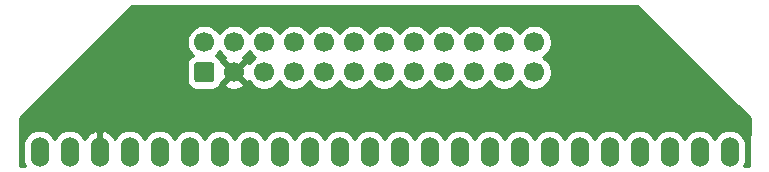
<source format=gbl>
G04 #@! TF.GenerationSoftware,KiCad,Pcbnew,(5.1.10)-1*
G04 #@! TF.CreationDate,2021-10-24T19:08:20-07:00*
G04 #@! TF.ProjectId,Atari130MX-adapter,41746172-6931-4333-904d-582d61646170,rev?*
G04 #@! TF.SameCoordinates,Original*
G04 #@! TF.FileFunction,Copper,L2,Bot*
G04 #@! TF.FilePolarity,Positive*
%FSLAX46Y46*%
G04 Gerber Fmt 4.6, Leading zero omitted, Abs format (unit mm)*
G04 Created by KiCad (PCBNEW (5.1.10)-1) date 2021-10-24 19:08:20*
%MOMM*%
%LPD*%
G01*
G04 APERTURE LIST*
G04 #@! TA.AperFunction,ComponentPad*
%ADD10O,1.524000X2.540000*%
G04 #@! TD*
G04 #@! TA.AperFunction,ComponentPad*
%ADD11C,1.700000*%
G04 #@! TD*
G04 #@! TA.AperFunction,ViaPad*
%ADD12C,0.800000*%
G04 #@! TD*
G04 #@! TA.AperFunction,Conductor*
%ADD13C,0.254000*%
G04 #@! TD*
G04 #@! TA.AperFunction,Conductor*
%ADD14C,0.100000*%
G04 #@! TD*
G04 APERTURE END LIST*
D10*
X160820000Y-28040000D03*
X158280000Y-28040000D03*
X155740000Y-28040000D03*
X153200000Y-28040000D03*
X150660000Y-28040000D03*
X148120000Y-28040000D03*
X145580000Y-28040000D03*
X143040000Y-28040000D03*
X140500000Y-28040000D03*
X137960000Y-28040000D03*
X135420000Y-28040000D03*
X132880000Y-28040000D03*
X130340000Y-28040000D03*
X127800000Y-28040000D03*
X125260000Y-28040000D03*
X122720000Y-28040000D03*
X120180000Y-28040000D03*
X117640000Y-28040000D03*
X115100000Y-28040000D03*
X112560000Y-28040000D03*
X110020000Y-28040000D03*
X107480000Y-28040000D03*
X104940000Y-28040000D03*
X102400000Y-28040000D03*
D11*
X144270000Y-18740000D03*
X141730000Y-18740000D03*
X139190000Y-18740000D03*
X136650000Y-18740000D03*
X134110000Y-18740000D03*
X131570000Y-18740000D03*
X129030000Y-18740000D03*
X126490000Y-18740000D03*
X123950000Y-18740000D03*
X121410000Y-18740000D03*
X118870000Y-18740000D03*
X116330000Y-18740000D03*
X144270000Y-21280000D03*
X141730000Y-21280000D03*
X139190000Y-21280000D03*
X136650000Y-21280000D03*
X134110000Y-21280000D03*
X131570000Y-21280000D03*
X129030000Y-21280000D03*
X126490000Y-21280000D03*
X123950000Y-21280000D03*
X121410000Y-21280000D03*
X118870000Y-21280000D03*
G04 #@! TA.AperFunction,ComponentPad*
G36*
G01*
X116930000Y-22130000D02*
X115730000Y-22130000D01*
G75*
G02*
X115480000Y-21880000I0J250000D01*
G01*
X115480000Y-20680000D01*
G75*
G02*
X115730000Y-20430000I250000J0D01*
G01*
X116930000Y-20430000D01*
G75*
G02*
X117180000Y-20680000I0J-250000D01*
G01*
X117180000Y-21880000D01*
G75*
G02*
X116930000Y-22130000I-250000J0D01*
G01*
G37*
G04 #@! TD.AperFunction*
D12*
X109660000Y-22860000D03*
D13*
X162500001Y-25165382D02*
X162500000Y-26551533D01*
X162475058Y-26633756D01*
X162465001Y-26735865D01*
X162465000Y-29250000D01*
X162028814Y-29250000D01*
X162116904Y-29085195D01*
X162196786Y-28821860D01*
X162217000Y-28616625D01*
X162217000Y-27463375D01*
X162196786Y-27258140D01*
X162116904Y-26994805D01*
X161987183Y-26752113D01*
X161812607Y-26539392D01*
X161599886Y-26364817D01*
X161357194Y-26235096D01*
X161093859Y-26155214D01*
X160820000Y-26128241D01*
X160546140Y-26155214D01*
X160282805Y-26235096D01*
X160040113Y-26364817D01*
X159827392Y-26539393D01*
X159652817Y-26752114D01*
X159550000Y-26944471D01*
X159447183Y-26752113D01*
X159272607Y-26539392D01*
X159059886Y-26364817D01*
X158817194Y-26235096D01*
X158553859Y-26155214D01*
X158280000Y-26128241D01*
X158006140Y-26155214D01*
X157742805Y-26235096D01*
X157500113Y-26364817D01*
X157287392Y-26539393D01*
X157112817Y-26752114D01*
X157010000Y-26944471D01*
X156907183Y-26752113D01*
X156732607Y-26539392D01*
X156519886Y-26364817D01*
X156277194Y-26235096D01*
X156013859Y-26155214D01*
X155740000Y-26128241D01*
X155466140Y-26155214D01*
X155202805Y-26235096D01*
X154960113Y-26364817D01*
X154747392Y-26539393D01*
X154572817Y-26752114D01*
X154470000Y-26944471D01*
X154367183Y-26752113D01*
X154192607Y-26539392D01*
X153979886Y-26364817D01*
X153737194Y-26235096D01*
X153473859Y-26155214D01*
X153200000Y-26128241D01*
X152926140Y-26155214D01*
X152662805Y-26235096D01*
X152420113Y-26364817D01*
X152207392Y-26539393D01*
X152032817Y-26752114D01*
X151930000Y-26944471D01*
X151827183Y-26752113D01*
X151652607Y-26539392D01*
X151439886Y-26364817D01*
X151197194Y-26235096D01*
X150933859Y-26155214D01*
X150660000Y-26128241D01*
X150386140Y-26155214D01*
X150122805Y-26235096D01*
X149880113Y-26364817D01*
X149667392Y-26539393D01*
X149492817Y-26752114D01*
X149390000Y-26944471D01*
X149287183Y-26752113D01*
X149112607Y-26539392D01*
X148899886Y-26364817D01*
X148657194Y-26235096D01*
X148393859Y-26155214D01*
X148120000Y-26128241D01*
X147846140Y-26155214D01*
X147582805Y-26235096D01*
X147340113Y-26364817D01*
X147127392Y-26539393D01*
X146952817Y-26752114D01*
X146850000Y-26944471D01*
X146747183Y-26752113D01*
X146572607Y-26539392D01*
X146359886Y-26364817D01*
X146117194Y-26235096D01*
X145853859Y-26155214D01*
X145580000Y-26128241D01*
X145306140Y-26155214D01*
X145042805Y-26235096D01*
X144800113Y-26364817D01*
X144587392Y-26539393D01*
X144412817Y-26752114D01*
X144310000Y-26944471D01*
X144207183Y-26752113D01*
X144032607Y-26539392D01*
X143819886Y-26364817D01*
X143577194Y-26235096D01*
X143313859Y-26155214D01*
X143040000Y-26128241D01*
X142766140Y-26155214D01*
X142502805Y-26235096D01*
X142260113Y-26364817D01*
X142047392Y-26539393D01*
X141872817Y-26752114D01*
X141770000Y-26944471D01*
X141667183Y-26752113D01*
X141492607Y-26539392D01*
X141279886Y-26364817D01*
X141037194Y-26235096D01*
X140773859Y-26155214D01*
X140500000Y-26128241D01*
X140226140Y-26155214D01*
X139962805Y-26235096D01*
X139720113Y-26364817D01*
X139507392Y-26539393D01*
X139332817Y-26752114D01*
X139230000Y-26944471D01*
X139127183Y-26752113D01*
X138952607Y-26539392D01*
X138739886Y-26364817D01*
X138497194Y-26235096D01*
X138233859Y-26155214D01*
X137960000Y-26128241D01*
X137686140Y-26155214D01*
X137422805Y-26235096D01*
X137180113Y-26364817D01*
X136967392Y-26539393D01*
X136792817Y-26752114D01*
X136690000Y-26944471D01*
X136587183Y-26752113D01*
X136412607Y-26539392D01*
X136199886Y-26364817D01*
X135957194Y-26235096D01*
X135693859Y-26155214D01*
X135420000Y-26128241D01*
X135146140Y-26155214D01*
X134882805Y-26235096D01*
X134640113Y-26364817D01*
X134427392Y-26539393D01*
X134252817Y-26752114D01*
X134150000Y-26944471D01*
X134047183Y-26752113D01*
X133872607Y-26539392D01*
X133659886Y-26364817D01*
X133417194Y-26235096D01*
X133153859Y-26155214D01*
X132880000Y-26128241D01*
X132606140Y-26155214D01*
X132342805Y-26235096D01*
X132100113Y-26364817D01*
X131887392Y-26539393D01*
X131712817Y-26752114D01*
X131610000Y-26944471D01*
X131507183Y-26752113D01*
X131332607Y-26539392D01*
X131119886Y-26364817D01*
X130877194Y-26235096D01*
X130613859Y-26155214D01*
X130340000Y-26128241D01*
X130066140Y-26155214D01*
X129802805Y-26235096D01*
X129560113Y-26364817D01*
X129347392Y-26539393D01*
X129172817Y-26752114D01*
X129070000Y-26944471D01*
X128967183Y-26752113D01*
X128792607Y-26539392D01*
X128579886Y-26364817D01*
X128337194Y-26235096D01*
X128073859Y-26155214D01*
X127800000Y-26128241D01*
X127526140Y-26155214D01*
X127262805Y-26235096D01*
X127020113Y-26364817D01*
X126807392Y-26539393D01*
X126632817Y-26752114D01*
X126530000Y-26944471D01*
X126427183Y-26752113D01*
X126252607Y-26539392D01*
X126039886Y-26364817D01*
X125797194Y-26235096D01*
X125533859Y-26155214D01*
X125260000Y-26128241D01*
X124986140Y-26155214D01*
X124722805Y-26235096D01*
X124480113Y-26364817D01*
X124267392Y-26539393D01*
X124092817Y-26752114D01*
X123990000Y-26944471D01*
X123887183Y-26752113D01*
X123712607Y-26539392D01*
X123499886Y-26364817D01*
X123257194Y-26235096D01*
X122993859Y-26155214D01*
X122720000Y-26128241D01*
X122446140Y-26155214D01*
X122182805Y-26235096D01*
X121940113Y-26364817D01*
X121727392Y-26539393D01*
X121552817Y-26752114D01*
X121450000Y-26944471D01*
X121347183Y-26752113D01*
X121172607Y-26539392D01*
X120959886Y-26364817D01*
X120717194Y-26235096D01*
X120453859Y-26155214D01*
X120180000Y-26128241D01*
X119906140Y-26155214D01*
X119642805Y-26235096D01*
X119400113Y-26364817D01*
X119187392Y-26539393D01*
X119012817Y-26752114D01*
X118910000Y-26944471D01*
X118807183Y-26752113D01*
X118632607Y-26539392D01*
X118419886Y-26364817D01*
X118177194Y-26235096D01*
X117913859Y-26155214D01*
X117640000Y-26128241D01*
X117366140Y-26155214D01*
X117102805Y-26235096D01*
X116860113Y-26364817D01*
X116647392Y-26539393D01*
X116472817Y-26752114D01*
X116370000Y-26944471D01*
X116267183Y-26752113D01*
X116092607Y-26539392D01*
X115879886Y-26364817D01*
X115637194Y-26235096D01*
X115373859Y-26155214D01*
X115100000Y-26128241D01*
X114826140Y-26155214D01*
X114562805Y-26235096D01*
X114320113Y-26364817D01*
X114107392Y-26539393D01*
X113932817Y-26752114D01*
X113830000Y-26944471D01*
X113727183Y-26752113D01*
X113552607Y-26539392D01*
X113339886Y-26364817D01*
X113097194Y-26235096D01*
X112833859Y-26155214D01*
X112560000Y-26128241D01*
X112286140Y-26155214D01*
X112022805Y-26235096D01*
X111780113Y-26364817D01*
X111567392Y-26539393D01*
X111392817Y-26752114D01*
X111290000Y-26944471D01*
X111187183Y-26752113D01*
X111012607Y-26539392D01*
X110799886Y-26364817D01*
X110557194Y-26235096D01*
X110293859Y-26155214D01*
X110020000Y-26128241D01*
X109746140Y-26155214D01*
X109482805Y-26235096D01*
X109240113Y-26364817D01*
X109027392Y-26539393D01*
X108852817Y-26752114D01*
X108748962Y-26946414D01*
X108722059Y-26880058D01*
X108571006Y-26650271D01*
X108378026Y-26454368D01*
X108150535Y-26299878D01*
X107897276Y-26192738D01*
X107823070Y-26177780D01*
X107607000Y-26300280D01*
X107607000Y-27913000D01*
X107627000Y-27913000D01*
X107627000Y-28167000D01*
X107607000Y-28167000D01*
X107607000Y-28187000D01*
X107353000Y-28187000D01*
X107353000Y-28167000D01*
X107333000Y-28167000D01*
X107333000Y-27913000D01*
X107353000Y-27913000D01*
X107353000Y-26300280D01*
X107136930Y-26177780D01*
X107062724Y-26192738D01*
X106809465Y-26299878D01*
X106581974Y-26454368D01*
X106388994Y-26650271D01*
X106237941Y-26880058D01*
X106211038Y-26946413D01*
X106107183Y-26752113D01*
X105932607Y-26539392D01*
X105719886Y-26364817D01*
X105477194Y-26235096D01*
X105213859Y-26155214D01*
X104940000Y-26128241D01*
X104666140Y-26155214D01*
X104402805Y-26235096D01*
X104160113Y-26364817D01*
X103947392Y-26539393D01*
X103772817Y-26752114D01*
X103670000Y-26944471D01*
X103567183Y-26752113D01*
X103392607Y-26539392D01*
X103179886Y-26364817D01*
X102937194Y-26235096D01*
X102673859Y-26155214D01*
X102400000Y-26128241D01*
X102126140Y-26155214D01*
X101862805Y-26235096D01*
X101620113Y-26364817D01*
X101407392Y-26539393D01*
X101232817Y-26752114D01*
X101103096Y-26994806D01*
X101023214Y-27258141D01*
X101003000Y-27463376D01*
X101003000Y-28616625D01*
X101023214Y-28821860D01*
X101103096Y-29085195D01*
X101191186Y-29250000D01*
X100755000Y-29250000D01*
X100755000Y-26735865D01*
X100744943Y-26633756D01*
X100720000Y-26551530D01*
X100720000Y-25165380D01*
X105205380Y-20680000D01*
X114841928Y-20680000D01*
X114841928Y-21880000D01*
X114858992Y-22053254D01*
X114909528Y-22219850D01*
X114991595Y-22373386D01*
X115102038Y-22507962D01*
X115236614Y-22618405D01*
X115390150Y-22700472D01*
X115556746Y-22751008D01*
X115730000Y-22768072D01*
X116930000Y-22768072D01*
X117103254Y-22751008D01*
X117269850Y-22700472D01*
X117423386Y-22618405D01*
X117557962Y-22507962D01*
X117668405Y-22373386D01*
X117703142Y-22308397D01*
X118021208Y-22308397D01*
X118098843Y-22557472D01*
X118362883Y-22683371D01*
X118646411Y-22755339D01*
X118938531Y-22770611D01*
X119228019Y-22728599D01*
X119503747Y-22630919D01*
X119641157Y-22557472D01*
X119718792Y-22308397D01*
X118870000Y-21459605D01*
X118021208Y-22308397D01*
X117703142Y-22308397D01*
X117750472Y-22219850D01*
X117783580Y-22110707D01*
X117841603Y-22128792D01*
X118690395Y-21280000D01*
X117841603Y-20431208D01*
X117783580Y-20449293D01*
X117750472Y-20340150D01*
X117668405Y-20186614D01*
X117557962Y-20052038D01*
X117423386Y-19941595D01*
X117296392Y-19873715D01*
X117483475Y-19686632D01*
X117600000Y-19512240D01*
X117716525Y-19686632D01*
X117923368Y-19893475D01*
X118096729Y-20009311D01*
X118021208Y-20251603D01*
X118870000Y-21100395D01*
X119718792Y-20251603D01*
X119643271Y-20009311D01*
X119816632Y-19893475D01*
X120023475Y-19686632D01*
X120140000Y-19512240D01*
X120256525Y-19686632D01*
X120463368Y-19893475D01*
X120637760Y-20010000D01*
X120463368Y-20126525D01*
X120256525Y-20333368D01*
X120140689Y-20506729D01*
X119898397Y-20431208D01*
X119049605Y-21280000D01*
X119898397Y-22128792D01*
X120140689Y-22053271D01*
X120256525Y-22226632D01*
X120463368Y-22433475D01*
X120706589Y-22595990D01*
X120976842Y-22707932D01*
X121263740Y-22765000D01*
X121556260Y-22765000D01*
X121843158Y-22707932D01*
X122113411Y-22595990D01*
X122356632Y-22433475D01*
X122563475Y-22226632D01*
X122680000Y-22052240D01*
X122796525Y-22226632D01*
X123003368Y-22433475D01*
X123246589Y-22595990D01*
X123516842Y-22707932D01*
X123803740Y-22765000D01*
X124096260Y-22765000D01*
X124383158Y-22707932D01*
X124653411Y-22595990D01*
X124896632Y-22433475D01*
X125103475Y-22226632D01*
X125220000Y-22052240D01*
X125336525Y-22226632D01*
X125543368Y-22433475D01*
X125786589Y-22595990D01*
X126056842Y-22707932D01*
X126343740Y-22765000D01*
X126636260Y-22765000D01*
X126923158Y-22707932D01*
X127193411Y-22595990D01*
X127436632Y-22433475D01*
X127643475Y-22226632D01*
X127760000Y-22052240D01*
X127876525Y-22226632D01*
X128083368Y-22433475D01*
X128326589Y-22595990D01*
X128596842Y-22707932D01*
X128883740Y-22765000D01*
X129176260Y-22765000D01*
X129463158Y-22707932D01*
X129733411Y-22595990D01*
X129976632Y-22433475D01*
X130183475Y-22226632D01*
X130300000Y-22052240D01*
X130416525Y-22226632D01*
X130623368Y-22433475D01*
X130866589Y-22595990D01*
X131136842Y-22707932D01*
X131423740Y-22765000D01*
X131716260Y-22765000D01*
X132003158Y-22707932D01*
X132273411Y-22595990D01*
X132516632Y-22433475D01*
X132723475Y-22226632D01*
X132840000Y-22052240D01*
X132956525Y-22226632D01*
X133163368Y-22433475D01*
X133406589Y-22595990D01*
X133676842Y-22707932D01*
X133963740Y-22765000D01*
X134256260Y-22765000D01*
X134543158Y-22707932D01*
X134813411Y-22595990D01*
X135056632Y-22433475D01*
X135263475Y-22226632D01*
X135380000Y-22052240D01*
X135496525Y-22226632D01*
X135703368Y-22433475D01*
X135946589Y-22595990D01*
X136216842Y-22707932D01*
X136503740Y-22765000D01*
X136796260Y-22765000D01*
X137083158Y-22707932D01*
X137353411Y-22595990D01*
X137596632Y-22433475D01*
X137803475Y-22226632D01*
X137920000Y-22052240D01*
X138036525Y-22226632D01*
X138243368Y-22433475D01*
X138486589Y-22595990D01*
X138756842Y-22707932D01*
X139043740Y-22765000D01*
X139336260Y-22765000D01*
X139623158Y-22707932D01*
X139893411Y-22595990D01*
X140136632Y-22433475D01*
X140343475Y-22226632D01*
X140460000Y-22052240D01*
X140576525Y-22226632D01*
X140783368Y-22433475D01*
X141026589Y-22595990D01*
X141296842Y-22707932D01*
X141583740Y-22765000D01*
X141876260Y-22765000D01*
X142163158Y-22707932D01*
X142433411Y-22595990D01*
X142676632Y-22433475D01*
X142883475Y-22226632D01*
X143000000Y-22052240D01*
X143116525Y-22226632D01*
X143323368Y-22433475D01*
X143566589Y-22595990D01*
X143836842Y-22707932D01*
X144123740Y-22765000D01*
X144416260Y-22765000D01*
X144703158Y-22707932D01*
X144973411Y-22595990D01*
X145216632Y-22433475D01*
X145423475Y-22226632D01*
X145585990Y-21983411D01*
X145697932Y-21713158D01*
X145755000Y-21426260D01*
X145755000Y-21133740D01*
X145697932Y-20846842D01*
X145585990Y-20576589D01*
X145423475Y-20333368D01*
X145216632Y-20126525D01*
X145042240Y-20010000D01*
X145216632Y-19893475D01*
X145423475Y-19686632D01*
X145585990Y-19443411D01*
X145697932Y-19173158D01*
X145755000Y-18886260D01*
X145755000Y-18593740D01*
X145697932Y-18306842D01*
X145585990Y-18036589D01*
X145423475Y-17793368D01*
X145216632Y-17586525D01*
X144973411Y-17424010D01*
X144703158Y-17312068D01*
X144416260Y-17255000D01*
X144123740Y-17255000D01*
X143836842Y-17312068D01*
X143566589Y-17424010D01*
X143323368Y-17586525D01*
X143116525Y-17793368D01*
X143000000Y-17967760D01*
X142883475Y-17793368D01*
X142676632Y-17586525D01*
X142433411Y-17424010D01*
X142163158Y-17312068D01*
X141876260Y-17255000D01*
X141583740Y-17255000D01*
X141296842Y-17312068D01*
X141026589Y-17424010D01*
X140783368Y-17586525D01*
X140576525Y-17793368D01*
X140460000Y-17967760D01*
X140343475Y-17793368D01*
X140136632Y-17586525D01*
X139893411Y-17424010D01*
X139623158Y-17312068D01*
X139336260Y-17255000D01*
X139043740Y-17255000D01*
X138756842Y-17312068D01*
X138486589Y-17424010D01*
X138243368Y-17586525D01*
X138036525Y-17793368D01*
X137920000Y-17967760D01*
X137803475Y-17793368D01*
X137596632Y-17586525D01*
X137353411Y-17424010D01*
X137083158Y-17312068D01*
X136796260Y-17255000D01*
X136503740Y-17255000D01*
X136216842Y-17312068D01*
X135946589Y-17424010D01*
X135703368Y-17586525D01*
X135496525Y-17793368D01*
X135380000Y-17967760D01*
X135263475Y-17793368D01*
X135056632Y-17586525D01*
X134813411Y-17424010D01*
X134543158Y-17312068D01*
X134256260Y-17255000D01*
X133963740Y-17255000D01*
X133676842Y-17312068D01*
X133406589Y-17424010D01*
X133163368Y-17586525D01*
X132956525Y-17793368D01*
X132840000Y-17967760D01*
X132723475Y-17793368D01*
X132516632Y-17586525D01*
X132273411Y-17424010D01*
X132003158Y-17312068D01*
X131716260Y-17255000D01*
X131423740Y-17255000D01*
X131136842Y-17312068D01*
X130866589Y-17424010D01*
X130623368Y-17586525D01*
X130416525Y-17793368D01*
X130300000Y-17967760D01*
X130183475Y-17793368D01*
X129976632Y-17586525D01*
X129733411Y-17424010D01*
X129463158Y-17312068D01*
X129176260Y-17255000D01*
X128883740Y-17255000D01*
X128596842Y-17312068D01*
X128326589Y-17424010D01*
X128083368Y-17586525D01*
X127876525Y-17793368D01*
X127760000Y-17967760D01*
X127643475Y-17793368D01*
X127436632Y-17586525D01*
X127193411Y-17424010D01*
X126923158Y-17312068D01*
X126636260Y-17255000D01*
X126343740Y-17255000D01*
X126056842Y-17312068D01*
X125786589Y-17424010D01*
X125543368Y-17586525D01*
X125336525Y-17793368D01*
X125220000Y-17967760D01*
X125103475Y-17793368D01*
X124896632Y-17586525D01*
X124653411Y-17424010D01*
X124383158Y-17312068D01*
X124096260Y-17255000D01*
X123803740Y-17255000D01*
X123516842Y-17312068D01*
X123246589Y-17424010D01*
X123003368Y-17586525D01*
X122796525Y-17793368D01*
X122680000Y-17967760D01*
X122563475Y-17793368D01*
X122356632Y-17586525D01*
X122113411Y-17424010D01*
X121843158Y-17312068D01*
X121556260Y-17255000D01*
X121263740Y-17255000D01*
X120976842Y-17312068D01*
X120706589Y-17424010D01*
X120463368Y-17586525D01*
X120256525Y-17793368D01*
X120140000Y-17967760D01*
X120023475Y-17793368D01*
X119816632Y-17586525D01*
X119573411Y-17424010D01*
X119303158Y-17312068D01*
X119016260Y-17255000D01*
X118723740Y-17255000D01*
X118436842Y-17312068D01*
X118166589Y-17424010D01*
X117923368Y-17586525D01*
X117716525Y-17793368D01*
X117600000Y-17967760D01*
X117483475Y-17793368D01*
X117276632Y-17586525D01*
X117033411Y-17424010D01*
X116763158Y-17312068D01*
X116476260Y-17255000D01*
X116183740Y-17255000D01*
X115896842Y-17312068D01*
X115626589Y-17424010D01*
X115383368Y-17586525D01*
X115176525Y-17793368D01*
X115014010Y-18036589D01*
X114902068Y-18306842D01*
X114845000Y-18593740D01*
X114845000Y-18886260D01*
X114902068Y-19173158D01*
X115014010Y-19443411D01*
X115176525Y-19686632D01*
X115363608Y-19873715D01*
X115236614Y-19941595D01*
X115102038Y-20052038D01*
X114991595Y-20186614D01*
X114909528Y-20340150D01*
X114858992Y-20506746D01*
X114841928Y-20680000D01*
X105205380Y-20680000D01*
X110239381Y-15646000D01*
X152980620Y-15646000D01*
X162500001Y-25165382D01*
G04 #@! TA.AperFunction,Conductor*
D14*
G36*
X162500001Y-25165382D02*
G01*
X162500000Y-26551533D01*
X162475058Y-26633756D01*
X162465001Y-26735865D01*
X162465000Y-29250000D01*
X162028814Y-29250000D01*
X162116904Y-29085195D01*
X162196786Y-28821860D01*
X162217000Y-28616625D01*
X162217000Y-27463375D01*
X162196786Y-27258140D01*
X162116904Y-26994805D01*
X161987183Y-26752113D01*
X161812607Y-26539392D01*
X161599886Y-26364817D01*
X161357194Y-26235096D01*
X161093859Y-26155214D01*
X160820000Y-26128241D01*
X160546140Y-26155214D01*
X160282805Y-26235096D01*
X160040113Y-26364817D01*
X159827392Y-26539393D01*
X159652817Y-26752114D01*
X159550000Y-26944471D01*
X159447183Y-26752113D01*
X159272607Y-26539392D01*
X159059886Y-26364817D01*
X158817194Y-26235096D01*
X158553859Y-26155214D01*
X158280000Y-26128241D01*
X158006140Y-26155214D01*
X157742805Y-26235096D01*
X157500113Y-26364817D01*
X157287392Y-26539393D01*
X157112817Y-26752114D01*
X157010000Y-26944471D01*
X156907183Y-26752113D01*
X156732607Y-26539392D01*
X156519886Y-26364817D01*
X156277194Y-26235096D01*
X156013859Y-26155214D01*
X155740000Y-26128241D01*
X155466140Y-26155214D01*
X155202805Y-26235096D01*
X154960113Y-26364817D01*
X154747392Y-26539393D01*
X154572817Y-26752114D01*
X154470000Y-26944471D01*
X154367183Y-26752113D01*
X154192607Y-26539392D01*
X153979886Y-26364817D01*
X153737194Y-26235096D01*
X153473859Y-26155214D01*
X153200000Y-26128241D01*
X152926140Y-26155214D01*
X152662805Y-26235096D01*
X152420113Y-26364817D01*
X152207392Y-26539393D01*
X152032817Y-26752114D01*
X151930000Y-26944471D01*
X151827183Y-26752113D01*
X151652607Y-26539392D01*
X151439886Y-26364817D01*
X151197194Y-26235096D01*
X150933859Y-26155214D01*
X150660000Y-26128241D01*
X150386140Y-26155214D01*
X150122805Y-26235096D01*
X149880113Y-26364817D01*
X149667392Y-26539393D01*
X149492817Y-26752114D01*
X149390000Y-26944471D01*
X149287183Y-26752113D01*
X149112607Y-26539392D01*
X148899886Y-26364817D01*
X148657194Y-26235096D01*
X148393859Y-26155214D01*
X148120000Y-26128241D01*
X147846140Y-26155214D01*
X147582805Y-26235096D01*
X147340113Y-26364817D01*
X147127392Y-26539393D01*
X146952817Y-26752114D01*
X146850000Y-26944471D01*
X146747183Y-26752113D01*
X146572607Y-26539392D01*
X146359886Y-26364817D01*
X146117194Y-26235096D01*
X145853859Y-26155214D01*
X145580000Y-26128241D01*
X145306140Y-26155214D01*
X145042805Y-26235096D01*
X144800113Y-26364817D01*
X144587392Y-26539393D01*
X144412817Y-26752114D01*
X144310000Y-26944471D01*
X144207183Y-26752113D01*
X144032607Y-26539392D01*
X143819886Y-26364817D01*
X143577194Y-26235096D01*
X143313859Y-26155214D01*
X143040000Y-26128241D01*
X142766140Y-26155214D01*
X142502805Y-26235096D01*
X142260113Y-26364817D01*
X142047392Y-26539393D01*
X141872817Y-26752114D01*
X141770000Y-26944471D01*
X141667183Y-26752113D01*
X141492607Y-26539392D01*
X141279886Y-26364817D01*
X141037194Y-26235096D01*
X140773859Y-26155214D01*
X140500000Y-26128241D01*
X140226140Y-26155214D01*
X139962805Y-26235096D01*
X139720113Y-26364817D01*
X139507392Y-26539393D01*
X139332817Y-26752114D01*
X139230000Y-26944471D01*
X139127183Y-26752113D01*
X138952607Y-26539392D01*
X138739886Y-26364817D01*
X138497194Y-26235096D01*
X138233859Y-26155214D01*
X137960000Y-26128241D01*
X137686140Y-26155214D01*
X137422805Y-26235096D01*
X137180113Y-26364817D01*
X136967392Y-26539393D01*
X136792817Y-26752114D01*
X136690000Y-26944471D01*
X136587183Y-26752113D01*
X136412607Y-26539392D01*
X136199886Y-26364817D01*
X135957194Y-26235096D01*
X135693859Y-26155214D01*
X135420000Y-26128241D01*
X135146140Y-26155214D01*
X134882805Y-26235096D01*
X134640113Y-26364817D01*
X134427392Y-26539393D01*
X134252817Y-26752114D01*
X134150000Y-26944471D01*
X134047183Y-26752113D01*
X133872607Y-26539392D01*
X133659886Y-26364817D01*
X133417194Y-26235096D01*
X133153859Y-26155214D01*
X132880000Y-26128241D01*
X132606140Y-26155214D01*
X132342805Y-26235096D01*
X132100113Y-26364817D01*
X131887392Y-26539393D01*
X131712817Y-26752114D01*
X131610000Y-26944471D01*
X131507183Y-26752113D01*
X131332607Y-26539392D01*
X131119886Y-26364817D01*
X130877194Y-26235096D01*
X130613859Y-26155214D01*
X130340000Y-26128241D01*
X130066140Y-26155214D01*
X129802805Y-26235096D01*
X129560113Y-26364817D01*
X129347392Y-26539393D01*
X129172817Y-26752114D01*
X129070000Y-26944471D01*
X128967183Y-26752113D01*
X128792607Y-26539392D01*
X128579886Y-26364817D01*
X128337194Y-26235096D01*
X128073859Y-26155214D01*
X127800000Y-26128241D01*
X127526140Y-26155214D01*
X127262805Y-26235096D01*
X127020113Y-26364817D01*
X126807392Y-26539393D01*
X126632817Y-26752114D01*
X126530000Y-26944471D01*
X126427183Y-26752113D01*
X126252607Y-26539392D01*
X126039886Y-26364817D01*
X125797194Y-26235096D01*
X125533859Y-26155214D01*
X125260000Y-26128241D01*
X124986140Y-26155214D01*
X124722805Y-26235096D01*
X124480113Y-26364817D01*
X124267392Y-26539393D01*
X124092817Y-26752114D01*
X123990000Y-26944471D01*
X123887183Y-26752113D01*
X123712607Y-26539392D01*
X123499886Y-26364817D01*
X123257194Y-26235096D01*
X122993859Y-26155214D01*
X122720000Y-26128241D01*
X122446140Y-26155214D01*
X122182805Y-26235096D01*
X121940113Y-26364817D01*
X121727392Y-26539393D01*
X121552817Y-26752114D01*
X121450000Y-26944471D01*
X121347183Y-26752113D01*
X121172607Y-26539392D01*
X120959886Y-26364817D01*
X120717194Y-26235096D01*
X120453859Y-26155214D01*
X120180000Y-26128241D01*
X119906140Y-26155214D01*
X119642805Y-26235096D01*
X119400113Y-26364817D01*
X119187392Y-26539393D01*
X119012817Y-26752114D01*
X118910000Y-26944471D01*
X118807183Y-26752113D01*
X118632607Y-26539392D01*
X118419886Y-26364817D01*
X118177194Y-26235096D01*
X117913859Y-26155214D01*
X117640000Y-26128241D01*
X117366140Y-26155214D01*
X117102805Y-26235096D01*
X116860113Y-26364817D01*
X116647392Y-26539393D01*
X116472817Y-26752114D01*
X116370000Y-26944471D01*
X116267183Y-26752113D01*
X116092607Y-26539392D01*
X115879886Y-26364817D01*
X115637194Y-26235096D01*
X115373859Y-26155214D01*
X115100000Y-26128241D01*
X114826140Y-26155214D01*
X114562805Y-26235096D01*
X114320113Y-26364817D01*
X114107392Y-26539393D01*
X113932817Y-26752114D01*
X113830000Y-26944471D01*
X113727183Y-26752113D01*
X113552607Y-26539392D01*
X113339886Y-26364817D01*
X113097194Y-26235096D01*
X112833859Y-26155214D01*
X112560000Y-26128241D01*
X112286140Y-26155214D01*
X112022805Y-26235096D01*
X111780113Y-26364817D01*
X111567392Y-26539393D01*
X111392817Y-26752114D01*
X111290000Y-26944471D01*
X111187183Y-26752113D01*
X111012607Y-26539392D01*
X110799886Y-26364817D01*
X110557194Y-26235096D01*
X110293859Y-26155214D01*
X110020000Y-26128241D01*
X109746140Y-26155214D01*
X109482805Y-26235096D01*
X109240113Y-26364817D01*
X109027392Y-26539393D01*
X108852817Y-26752114D01*
X108748962Y-26946414D01*
X108722059Y-26880058D01*
X108571006Y-26650271D01*
X108378026Y-26454368D01*
X108150535Y-26299878D01*
X107897276Y-26192738D01*
X107823070Y-26177780D01*
X107607000Y-26300280D01*
X107607000Y-27913000D01*
X107627000Y-27913000D01*
X107627000Y-28167000D01*
X107607000Y-28167000D01*
X107607000Y-28187000D01*
X107353000Y-28187000D01*
X107353000Y-28167000D01*
X107333000Y-28167000D01*
X107333000Y-27913000D01*
X107353000Y-27913000D01*
X107353000Y-26300280D01*
X107136930Y-26177780D01*
X107062724Y-26192738D01*
X106809465Y-26299878D01*
X106581974Y-26454368D01*
X106388994Y-26650271D01*
X106237941Y-26880058D01*
X106211038Y-26946413D01*
X106107183Y-26752113D01*
X105932607Y-26539392D01*
X105719886Y-26364817D01*
X105477194Y-26235096D01*
X105213859Y-26155214D01*
X104940000Y-26128241D01*
X104666140Y-26155214D01*
X104402805Y-26235096D01*
X104160113Y-26364817D01*
X103947392Y-26539393D01*
X103772817Y-26752114D01*
X103670000Y-26944471D01*
X103567183Y-26752113D01*
X103392607Y-26539392D01*
X103179886Y-26364817D01*
X102937194Y-26235096D01*
X102673859Y-26155214D01*
X102400000Y-26128241D01*
X102126140Y-26155214D01*
X101862805Y-26235096D01*
X101620113Y-26364817D01*
X101407392Y-26539393D01*
X101232817Y-26752114D01*
X101103096Y-26994806D01*
X101023214Y-27258141D01*
X101003000Y-27463376D01*
X101003000Y-28616625D01*
X101023214Y-28821860D01*
X101103096Y-29085195D01*
X101191186Y-29250000D01*
X100755000Y-29250000D01*
X100755000Y-26735865D01*
X100744943Y-26633756D01*
X100720000Y-26551530D01*
X100720000Y-25165380D01*
X105205380Y-20680000D01*
X114841928Y-20680000D01*
X114841928Y-21880000D01*
X114858992Y-22053254D01*
X114909528Y-22219850D01*
X114991595Y-22373386D01*
X115102038Y-22507962D01*
X115236614Y-22618405D01*
X115390150Y-22700472D01*
X115556746Y-22751008D01*
X115730000Y-22768072D01*
X116930000Y-22768072D01*
X117103254Y-22751008D01*
X117269850Y-22700472D01*
X117423386Y-22618405D01*
X117557962Y-22507962D01*
X117668405Y-22373386D01*
X117703142Y-22308397D01*
X118021208Y-22308397D01*
X118098843Y-22557472D01*
X118362883Y-22683371D01*
X118646411Y-22755339D01*
X118938531Y-22770611D01*
X119228019Y-22728599D01*
X119503747Y-22630919D01*
X119641157Y-22557472D01*
X119718792Y-22308397D01*
X118870000Y-21459605D01*
X118021208Y-22308397D01*
X117703142Y-22308397D01*
X117750472Y-22219850D01*
X117783580Y-22110707D01*
X117841603Y-22128792D01*
X118690395Y-21280000D01*
X117841603Y-20431208D01*
X117783580Y-20449293D01*
X117750472Y-20340150D01*
X117668405Y-20186614D01*
X117557962Y-20052038D01*
X117423386Y-19941595D01*
X117296392Y-19873715D01*
X117483475Y-19686632D01*
X117600000Y-19512240D01*
X117716525Y-19686632D01*
X117923368Y-19893475D01*
X118096729Y-20009311D01*
X118021208Y-20251603D01*
X118870000Y-21100395D01*
X119718792Y-20251603D01*
X119643271Y-20009311D01*
X119816632Y-19893475D01*
X120023475Y-19686632D01*
X120140000Y-19512240D01*
X120256525Y-19686632D01*
X120463368Y-19893475D01*
X120637760Y-20010000D01*
X120463368Y-20126525D01*
X120256525Y-20333368D01*
X120140689Y-20506729D01*
X119898397Y-20431208D01*
X119049605Y-21280000D01*
X119898397Y-22128792D01*
X120140689Y-22053271D01*
X120256525Y-22226632D01*
X120463368Y-22433475D01*
X120706589Y-22595990D01*
X120976842Y-22707932D01*
X121263740Y-22765000D01*
X121556260Y-22765000D01*
X121843158Y-22707932D01*
X122113411Y-22595990D01*
X122356632Y-22433475D01*
X122563475Y-22226632D01*
X122680000Y-22052240D01*
X122796525Y-22226632D01*
X123003368Y-22433475D01*
X123246589Y-22595990D01*
X123516842Y-22707932D01*
X123803740Y-22765000D01*
X124096260Y-22765000D01*
X124383158Y-22707932D01*
X124653411Y-22595990D01*
X124896632Y-22433475D01*
X125103475Y-22226632D01*
X125220000Y-22052240D01*
X125336525Y-22226632D01*
X125543368Y-22433475D01*
X125786589Y-22595990D01*
X126056842Y-22707932D01*
X126343740Y-22765000D01*
X126636260Y-22765000D01*
X126923158Y-22707932D01*
X127193411Y-22595990D01*
X127436632Y-22433475D01*
X127643475Y-22226632D01*
X127760000Y-22052240D01*
X127876525Y-22226632D01*
X128083368Y-22433475D01*
X128326589Y-22595990D01*
X128596842Y-22707932D01*
X128883740Y-22765000D01*
X129176260Y-22765000D01*
X129463158Y-22707932D01*
X129733411Y-22595990D01*
X129976632Y-22433475D01*
X130183475Y-22226632D01*
X130300000Y-22052240D01*
X130416525Y-22226632D01*
X130623368Y-22433475D01*
X130866589Y-22595990D01*
X131136842Y-22707932D01*
X131423740Y-22765000D01*
X131716260Y-22765000D01*
X132003158Y-22707932D01*
X132273411Y-22595990D01*
X132516632Y-22433475D01*
X132723475Y-22226632D01*
X132840000Y-22052240D01*
X132956525Y-22226632D01*
X133163368Y-22433475D01*
X133406589Y-22595990D01*
X133676842Y-22707932D01*
X133963740Y-22765000D01*
X134256260Y-22765000D01*
X134543158Y-22707932D01*
X134813411Y-22595990D01*
X135056632Y-22433475D01*
X135263475Y-22226632D01*
X135380000Y-22052240D01*
X135496525Y-22226632D01*
X135703368Y-22433475D01*
X135946589Y-22595990D01*
X136216842Y-22707932D01*
X136503740Y-22765000D01*
X136796260Y-22765000D01*
X137083158Y-22707932D01*
X137353411Y-22595990D01*
X137596632Y-22433475D01*
X137803475Y-22226632D01*
X137920000Y-22052240D01*
X138036525Y-22226632D01*
X138243368Y-22433475D01*
X138486589Y-22595990D01*
X138756842Y-22707932D01*
X139043740Y-22765000D01*
X139336260Y-22765000D01*
X139623158Y-22707932D01*
X139893411Y-22595990D01*
X140136632Y-22433475D01*
X140343475Y-22226632D01*
X140460000Y-22052240D01*
X140576525Y-22226632D01*
X140783368Y-22433475D01*
X141026589Y-22595990D01*
X141296842Y-22707932D01*
X141583740Y-22765000D01*
X141876260Y-22765000D01*
X142163158Y-22707932D01*
X142433411Y-22595990D01*
X142676632Y-22433475D01*
X142883475Y-22226632D01*
X143000000Y-22052240D01*
X143116525Y-22226632D01*
X143323368Y-22433475D01*
X143566589Y-22595990D01*
X143836842Y-22707932D01*
X144123740Y-22765000D01*
X144416260Y-22765000D01*
X144703158Y-22707932D01*
X144973411Y-22595990D01*
X145216632Y-22433475D01*
X145423475Y-22226632D01*
X145585990Y-21983411D01*
X145697932Y-21713158D01*
X145755000Y-21426260D01*
X145755000Y-21133740D01*
X145697932Y-20846842D01*
X145585990Y-20576589D01*
X145423475Y-20333368D01*
X145216632Y-20126525D01*
X145042240Y-20010000D01*
X145216632Y-19893475D01*
X145423475Y-19686632D01*
X145585990Y-19443411D01*
X145697932Y-19173158D01*
X145755000Y-18886260D01*
X145755000Y-18593740D01*
X145697932Y-18306842D01*
X145585990Y-18036589D01*
X145423475Y-17793368D01*
X145216632Y-17586525D01*
X144973411Y-17424010D01*
X144703158Y-17312068D01*
X144416260Y-17255000D01*
X144123740Y-17255000D01*
X143836842Y-17312068D01*
X143566589Y-17424010D01*
X143323368Y-17586525D01*
X143116525Y-17793368D01*
X143000000Y-17967760D01*
X142883475Y-17793368D01*
X142676632Y-17586525D01*
X142433411Y-17424010D01*
X142163158Y-17312068D01*
X141876260Y-17255000D01*
X141583740Y-17255000D01*
X141296842Y-17312068D01*
X141026589Y-17424010D01*
X140783368Y-17586525D01*
X140576525Y-17793368D01*
X140460000Y-17967760D01*
X140343475Y-17793368D01*
X140136632Y-17586525D01*
X139893411Y-17424010D01*
X139623158Y-17312068D01*
X139336260Y-17255000D01*
X139043740Y-17255000D01*
X138756842Y-17312068D01*
X138486589Y-17424010D01*
X138243368Y-17586525D01*
X138036525Y-17793368D01*
X137920000Y-17967760D01*
X137803475Y-17793368D01*
X137596632Y-17586525D01*
X137353411Y-17424010D01*
X137083158Y-17312068D01*
X136796260Y-17255000D01*
X136503740Y-17255000D01*
X136216842Y-17312068D01*
X135946589Y-17424010D01*
X135703368Y-17586525D01*
X135496525Y-17793368D01*
X135380000Y-17967760D01*
X135263475Y-17793368D01*
X135056632Y-17586525D01*
X134813411Y-17424010D01*
X134543158Y-17312068D01*
X134256260Y-17255000D01*
X133963740Y-17255000D01*
X133676842Y-17312068D01*
X133406589Y-17424010D01*
X133163368Y-17586525D01*
X132956525Y-17793368D01*
X132840000Y-17967760D01*
X132723475Y-17793368D01*
X132516632Y-17586525D01*
X132273411Y-17424010D01*
X132003158Y-17312068D01*
X131716260Y-17255000D01*
X131423740Y-17255000D01*
X131136842Y-17312068D01*
X130866589Y-17424010D01*
X130623368Y-17586525D01*
X130416525Y-17793368D01*
X130300000Y-17967760D01*
X130183475Y-17793368D01*
X129976632Y-17586525D01*
X129733411Y-17424010D01*
X129463158Y-17312068D01*
X129176260Y-17255000D01*
X128883740Y-17255000D01*
X128596842Y-17312068D01*
X128326589Y-17424010D01*
X128083368Y-17586525D01*
X127876525Y-17793368D01*
X127760000Y-17967760D01*
X127643475Y-17793368D01*
X127436632Y-17586525D01*
X127193411Y-17424010D01*
X126923158Y-17312068D01*
X126636260Y-17255000D01*
X126343740Y-17255000D01*
X126056842Y-17312068D01*
X125786589Y-17424010D01*
X125543368Y-17586525D01*
X125336525Y-17793368D01*
X125220000Y-17967760D01*
X125103475Y-17793368D01*
X124896632Y-17586525D01*
X124653411Y-17424010D01*
X124383158Y-17312068D01*
X124096260Y-17255000D01*
X123803740Y-17255000D01*
X123516842Y-17312068D01*
X123246589Y-17424010D01*
X123003368Y-17586525D01*
X122796525Y-17793368D01*
X122680000Y-17967760D01*
X122563475Y-17793368D01*
X122356632Y-17586525D01*
X122113411Y-17424010D01*
X121843158Y-17312068D01*
X121556260Y-17255000D01*
X121263740Y-17255000D01*
X120976842Y-17312068D01*
X120706589Y-17424010D01*
X120463368Y-17586525D01*
X120256525Y-17793368D01*
X120140000Y-17967760D01*
X120023475Y-17793368D01*
X119816632Y-17586525D01*
X119573411Y-17424010D01*
X119303158Y-17312068D01*
X119016260Y-17255000D01*
X118723740Y-17255000D01*
X118436842Y-17312068D01*
X118166589Y-17424010D01*
X117923368Y-17586525D01*
X117716525Y-17793368D01*
X117600000Y-17967760D01*
X117483475Y-17793368D01*
X117276632Y-17586525D01*
X117033411Y-17424010D01*
X116763158Y-17312068D01*
X116476260Y-17255000D01*
X116183740Y-17255000D01*
X115896842Y-17312068D01*
X115626589Y-17424010D01*
X115383368Y-17586525D01*
X115176525Y-17793368D01*
X115014010Y-18036589D01*
X114902068Y-18306842D01*
X114845000Y-18593740D01*
X114845000Y-18886260D01*
X114902068Y-19173158D01*
X115014010Y-19443411D01*
X115176525Y-19686632D01*
X115363608Y-19873715D01*
X115236614Y-19941595D01*
X115102038Y-20052038D01*
X114991595Y-20186614D01*
X114909528Y-20340150D01*
X114858992Y-20506746D01*
X114841928Y-20680000D01*
X105205380Y-20680000D01*
X110239381Y-15646000D01*
X152980620Y-15646000D01*
X162500001Y-25165382D01*
G37*
G04 #@! TD.AperFunction*
M02*

</source>
